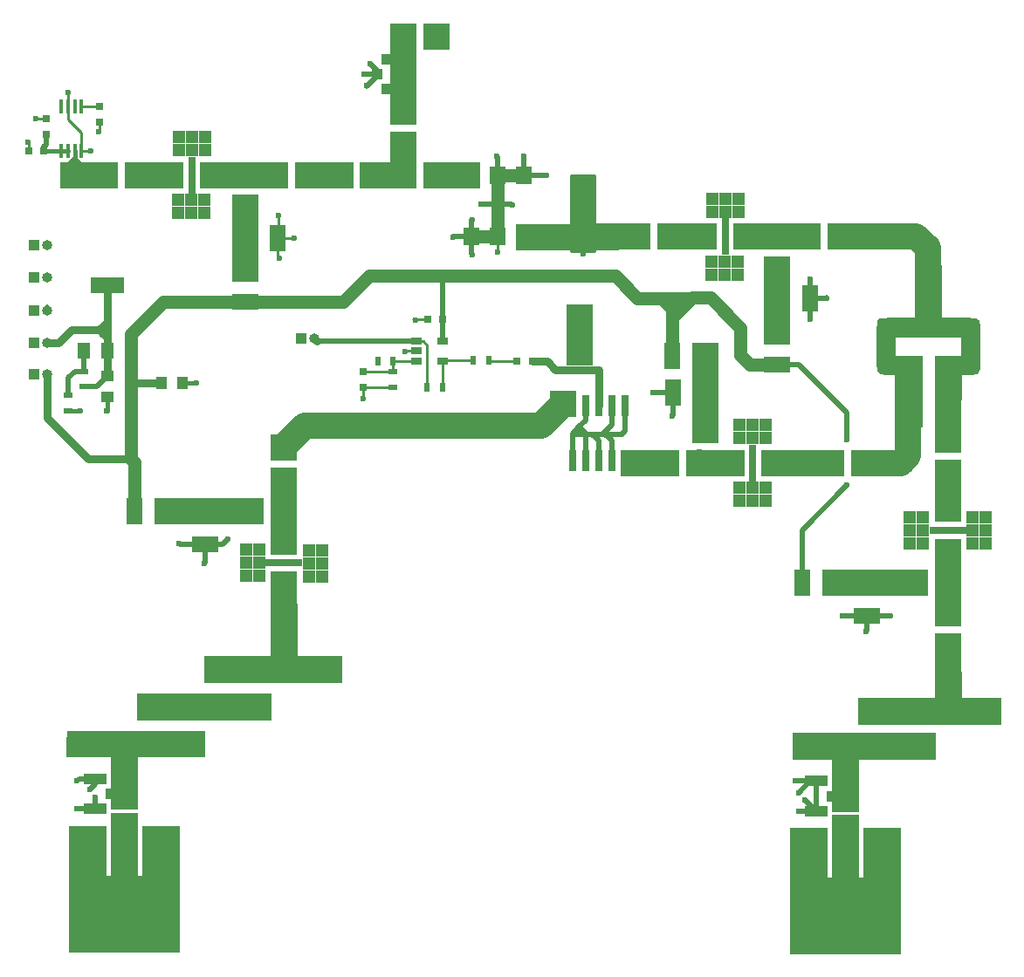
<source format=gbr>
G04 #@! TF.FileFunction,Copper,L1,Top,Signal*
%FSLAX46Y46*%
G04 Gerber Fmt 4.6, Leading zero omitted, Abs format (unit mm)*
G04 Created by KiCad (PCBNEW 4.0.7) date 11/09/17 22:03:18*
%MOMM*%
%LPD*%
G01*
G04 APERTURE LIST*
%ADD10C,0.100000*%
%ADD11C,0.010000*%
%ADD12R,2.540000X2.540000*%
%ADD13R,1.270000X1.270000*%
%ADD14R,0.635000X3.556000*%
%ADD15R,3.556000X0.635000*%
%ADD16R,0.990600X0.685800*%
%ADD17R,0.900000X0.500000*%
%ADD18R,0.500000X0.900000*%
%ADD19R,0.750000X0.800000*%
%ADD20R,0.800000X0.750000*%
%ADD21R,2.514600X2.514600*%
%ADD22R,1.000000X1.250000*%
%ADD23R,1.250000X1.000000*%
%ADD24R,1.000000X1.000000*%
%ADD25O,1.000000X1.000000*%
%ADD26R,2.200000X1.050000*%
%ADD27R,1.050000X1.000000*%
%ADD28R,3.300000X1.600000*%
%ADD29R,1.200000X1.600000*%
%ADD30R,1.524000X2.540000*%
%ADD31R,2.540000X1.524000*%
%ADD32R,0.762000X2.159000*%
%ADD33R,1.524000X1.524000*%
%ADD34R,1.524000X1.651000*%
%ADD35R,0.400000X1.350000*%
%ADD36R,0.762000X0.762000*%
%ADD37R,2.540000X6.029198*%
%ADD38C,0.600000*%
%ADD39C,2.540000*%
%ADD40C,0.381000*%
%ADD41C,0.508000*%
%ADD42C,1.270000*%
%ADD43C,0.250000*%
%ADD44C,0.254000*%
%ADD45C,0.762000*%
G04 APERTURE END LIST*
D10*
D11*
G36*
X177859473Y-151189267D02*
X177859473Y-156269267D01*
X175319473Y-156269267D01*
X175319473Y-151189267D01*
X171509473Y-151189267D01*
X171509473Y-148649267D01*
X185310140Y-148649267D01*
X185310140Y-151189267D01*
X177859473Y-151189267D01*
X177859473Y-151189267D01*
G37*
X177859473Y-151189267D02*
X177859473Y-156269267D01*
X175319473Y-156269267D01*
X175319473Y-151189267D01*
X171509473Y-151189267D01*
X171509473Y-148649267D01*
X185310140Y-148649267D01*
X185310140Y-151189267D01*
X177859473Y-151189267D01*
G36*
X177859473Y-147802600D02*
X177859473Y-145262600D01*
X185310140Y-145262600D01*
X185310140Y-142722600D01*
X187850140Y-142722600D01*
X187850140Y-145262600D01*
X191660140Y-145262600D01*
X191660140Y-147802600D01*
X177859473Y-147802600D01*
X177859473Y-147802600D01*
G37*
X177859473Y-147802600D02*
X177859473Y-145262600D01*
X185310140Y-145262600D01*
X185310140Y-142722600D01*
X187850140Y-142722600D01*
X187850140Y-145262600D01*
X191660140Y-145262600D01*
X191660140Y-147802600D01*
X177859473Y-147802600D01*
G36*
X171295267Y-170086867D02*
X171295267Y-157894867D01*
X174851267Y-157894867D01*
X174851267Y-162720867D01*
X175359267Y-162720867D01*
X175359267Y-156624867D01*
X177899267Y-156624867D01*
X177899267Y-162720867D01*
X178407267Y-162720867D01*
X178407267Y-157894867D01*
X181963267Y-157894867D01*
X181963267Y-170086867D01*
X171295267Y-170086867D01*
X171295267Y-170086867D01*
G37*
X171295267Y-170086867D02*
X171295267Y-157894867D01*
X174851267Y-157894867D01*
X174851267Y-162720867D01*
X175359267Y-162720867D01*
X175359267Y-156624867D01*
X177899267Y-156624867D01*
X177899267Y-162720867D01*
X178407267Y-162720867D01*
X178407267Y-157894867D01*
X181963267Y-157894867D01*
X181963267Y-170086867D01*
X171295267Y-170086867D01*
G36*
X101394467Y-169909067D02*
X101394467Y-157717067D01*
X104950467Y-157717067D01*
X104950467Y-162543067D01*
X105458467Y-162543067D01*
X105458467Y-156447067D01*
X107998467Y-156447067D01*
X107998467Y-162543067D01*
X108506467Y-162543067D01*
X108506467Y-157717067D01*
X112062467Y-157717067D01*
X112062467Y-169909067D01*
X101394467Y-169909067D01*
X101394467Y-169909067D01*
G37*
X101394467Y-169909067D02*
X101394467Y-157717067D01*
X104950467Y-157717067D01*
X104950467Y-162543067D01*
X105458467Y-162543067D01*
X105458467Y-156447067D01*
X107998467Y-156447067D01*
X107998467Y-162543067D01*
X108506467Y-162543067D01*
X108506467Y-157717067D01*
X112062467Y-157717067D01*
X112062467Y-169909067D01*
X101394467Y-169909067D01*
G36*
X189671607Y-111806809D02*
X189669728Y-112349127D01*
X189664666Y-112761478D01*
X189654844Y-113064113D01*
X189638681Y-113277283D01*
X189614599Y-113421240D01*
X189581019Y-113516236D01*
X189536361Y-113582520D01*
X189479049Y-113640346D01*
X189474610Y-113644517D01*
X189350078Y-113739201D01*
X189195409Y-113795348D01*
X188965053Y-113822405D01*
X188613460Y-113829817D01*
X188580912Y-113829845D01*
X187884486Y-113829845D01*
X187839332Y-118901321D01*
X186582117Y-118924909D01*
X185324902Y-118948496D01*
X185324902Y-112039912D01*
X187881949Y-112039912D01*
X187881949Y-110164744D01*
X181489332Y-110164744D01*
X181489332Y-112039912D01*
X184046379Y-112039912D01*
X184046379Y-118943939D01*
X181489332Y-118943939D01*
X181489332Y-113829845D01*
X180779693Y-113829845D01*
X180420268Y-113824754D01*
X180186966Y-113802985D01*
X180035579Y-113754794D01*
X179921902Y-113670437D01*
X179884726Y-113632573D01*
X179830406Y-113569646D01*
X179787889Y-113496654D01*
X179755731Y-113393431D01*
X179732487Y-113239809D01*
X179716712Y-113015622D01*
X179706961Y-112700704D01*
X179701788Y-112274887D01*
X179699749Y-111718005D01*
X179699399Y-111046119D01*
X179700105Y-110341675D01*
X179703031Y-109788082D01*
X179709383Y-109365725D01*
X179720370Y-109054989D01*
X179737202Y-108836256D01*
X179761085Y-108689913D01*
X179793229Y-108596343D01*
X179834842Y-108535931D01*
X179855271Y-108515874D01*
X179930432Y-108466518D01*
X180047133Y-108429949D01*
X180229019Y-108404346D01*
X180499735Y-108387888D01*
X180882925Y-108378757D01*
X181402234Y-108375131D01*
X181687822Y-108374811D01*
X183364500Y-108374811D01*
X183364500Y-103260717D01*
X185921547Y-103260717D01*
X185921547Y-108374811D01*
X187611387Y-108374811D01*
X188188480Y-108375449D01*
X188619699Y-108379089D01*
X188929643Y-108388318D01*
X189142906Y-108405724D01*
X189284086Y-108433895D01*
X189377780Y-108475417D01*
X189448582Y-108532879D01*
X189486555Y-108572083D01*
X189541332Y-108635612D01*
X189584094Y-108709334D01*
X189616329Y-108813636D01*
X189639522Y-108968906D01*
X189655159Y-109195531D01*
X189664727Y-109513899D01*
X189669713Y-109944398D01*
X189671601Y-110507416D01*
X189671882Y-111114272D01*
X189671607Y-111806809D01*
X189671607Y-111806809D01*
G37*
X189671607Y-111806809D02*
X189669728Y-112349127D01*
X189664666Y-112761478D01*
X189654844Y-113064113D01*
X189638681Y-113277283D01*
X189614599Y-113421240D01*
X189581019Y-113516236D01*
X189536361Y-113582520D01*
X189479049Y-113640346D01*
X189474610Y-113644517D01*
X189350078Y-113739201D01*
X189195409Y-113795348D01*
X188965053Y-113822405D01*
X188613460Y-113829817D01*
X188580912Y-113829845D01*
X187884486Y-113829845D01*
X187839332Y-118901321D01*
X186582117Y-118924909D01*
X185324902Y-118948496D01*
X185324902Y-112039912D01*
X187881949Y-112039912D01*
X187881949Y-110164744D01*
X181489332Y-110164744D01*
X181489332Y-112039912D01*
X184046379Y-112039912D01*
X184046379Y-118943939D01*
X181489332Y-118943939D01*
X181489332Y-113829845D01*
X180779693Y-113829845D01*
X180420268Y-113824754D01*
X180186966Y-113802985D01*
X180035579Y-113754794D01*
X179921902Y-113670437D01*
X179884726Y-113632573D01*
X179830406Y-113569646D01*
X179787889Y-113496654D01*
X179755731Y-113393431D01*
X179732487Y-113239809D01*
X179716712Y-113015622D01*
X179706961Y-112700704D01*
X179701788Y-112274887D01*
X179699749Y-111718005D01*
X179699399Y-111046119D01*
X179700105Y-110341675D01*
X179703031Y-109788082D01*
X179709383Y-109365725D01*
X179720370Y-109054989D01*
X179737202Y-108836256D01*
X179761085Y-108689913D01*
X179793229Y-108596343D01*
X179834842Y-108535931D01*
X179855271Y-108515874D01*
X179930432Y-108466518D01*
X180047133Y-108429949D01*
X180229019Y-108404346D01*
X180499735Y-108387888D01*
X180882925Y-108378757D01*
X181402234Y-108375131D01*
X181687822Y-108374811D01*
X183364500Y-108374811D01*
X183364500Y-103260717D01*
X185921547Y-103260717D01*
X185921547Y-108374811D01*
X187611387Y-108374811D01*
X188188480Y-108375449D01*
X188619699Y-108379089D01*
X188929643Y-108388318D01*
X189142906Y-108405724D01*
X189284086Y-108433895D01*
X189377780Y-108475417D01*
X189448582Y-108532879D01*
X189486555Y-108572083D01*
X189541332Y-108635612D01*
X189584094Y-108709334D01*
X189616329Y-108813636D01*
X189639522Y-108968906D01*
X189655159Y-109195531D01*
X189664727Y-109513899D01*
X189669713Y-109944398D01*
X189671601Y-110507416D01*
X189671882Y-111114272D01*
X189671607Y-111806809D01*
G36*
X120931300Y-141219766D02*
X120931300Y-136139766D01*
X123471300Y-136139766D01*
X123471300Y-141219766D01*
X127789300Y-141219766D01*
X127789300Y-143759766D01*
X114496633Y-143759766D01*
X114496633Y-141219766D01*
X120931300Y-141219766D01*
X120931300Y-141219766D01*
G37*
X120931300Y-141219766D02*
X120931300Y-136139766D01*
X123471300Y-136139766D01*
X123471300Y-141219766D01*
X127789300Y-141219766D01*
X127789300Y-143759766D01*
X114496633Y-143759766D01*
X114496633Y-141219766D01*
X120931300Y-141219766D01*
G36*
X120931300Y-144860433D02*
X120931300Y-147400433D01*
X107977300Y-147400433D01*
X107977300Y-144860433D01*
X120931300Y-144860433D01*
X120931300Y-144860433D01*
G37*
X120931300Y-144860433D02*
X120931300Y-147400433D01*
X107977300Y-147400433D01*
X107977300Y-144860433D01*
X120931300Y-144860433D01*
G36*
X101138203Y-149707600D02*
X101161633Y-148458766D01*
X114454300Y-148458766D01*
X114477730Y-149707600D01*
X114501160Y-150956433D01*
X107977300Y-150956433D01*
X107977300Y-156036433D01*
X105437300Y-156036433D01*
X105437300Y-150956433D01*
X101114773Y-150956433D01*
X101138203Y-149707600D01*
X101138203Y-149707600D01*
G37*
X101138203Y-149707600D02*
X101161633Y-148458766D01*
X114454300Y-148458766D01*
X114477730Y-149707600D01*
X114501160Y-150956433D01*
X107977300Y-150956433D01*
X107977300Y-156036433D01*
X105437300Y-156036433D01*
X105437300Y-150956433D01*
X101114773Y-150956433D01*
X101138203Y-149707600D01*
D12*
X136996800Y-81051400D03*
X133796400Y-81051400D03*
X118429400Y-97713800D03*
X118429400Y-94513400D03*
D13*
X113247800Y-98196400D03*
X114517800Y-98196400D03*
X111977800Y-98196400D03*
X111977800Y-96926400D03*
X113247800Y-96926400D03*
X114517800Y-96926400D03*
X114543200Y-90830400D03*
X113273200Y-90830400D03*
X112003200Y-90830400D03*
X112003200Y-92100400D03*
X114543200Y-92100400D03*
D12*
X115356000Y-94513400D03*
X111190400Y-94513400D03*
D14*
X113273200Y-94513400D03*
D13*
X113273200Y-92100400D03*
X167692700Y-118757700D03*
X166422700Y-118757700D03*
X168962700Y-118757700D03*
X168962700Y-120027700D03*
X167692700Y-120027700D03*
X166422700Y-120027700D03*
X166397300Y-126123700D03*
X167667300Y-126123700D03*
X168937300Y-126123700D03*
X168937300Y-124853700D03*
X166397300Y-124853700D03*
D12*
X165584500Y-122440700D03*
X169750100Y-122440700D03*
D14*
X167667300Y-122440700D03*
D13*
X167667300Y-124853700D03*
X164962200Y-104165400D03*
X166232200Y-104165400D03*
X163692200Y-104165400D03*
X163692200Y-102895400D03*
X164962200Y-102895400D03*
X166232200Y-102895400D03*
X166257600Y-96799400D03*
X164987600Y-96799400D03*
X163717600Y-96799400D03*
X163717600Y-98069400D03*
X166257600Y-98069400D03*
D12*
X167070400Y-100482400D03*
X162904800Y-100482400D03*
D14*
X164987600Y-100482400D03*
D13*
X164987600Y-98069400D03*
X182904760Y-128971040D03*
X182904760Y-130241040D03*
X182904760Y-127701040D03*
X184174760Y-127701040D03*
X184174760Y-128971040D03*
X184174760Y-130241040D03*
X190270760Y-130266440D03*
X190270760Y-128996440D03*
X190270760Y-127726440D03*
X189000760Y-127726440D03*
X189000760Y-130266440D03*
D12*
X186587760Y-131079240D03*
X186587760Y-126913640D03*
D15*
X186587760Y-128996440D03*
D13*
X189000760Y-128996440D03*
X125884300Y-132181600D03*
X125884300Y-130911600D03*
X125884300Y-133451600D03*
X124614300Y-133451600D03*
X124614300Y-132181600D03*
X124614300Y-130911600D03*
X118518300Y-130886200D03*
X118518300Y-132156200D03*
X118518300Y-133426200D03*
X119788300Y-133426200D03*
X119788300Y-130886200D03*
D12*
X122201300Y-130073400D03*
X122201300Y-134239000D03*
D15*
X122201300Y-132156200D03*
D13*
X119788300Y-132156200D03*
D16*
X137606400Y-110629700D03*
X137606400Y-112534700D03*
X135015601Y-110629700D03*
X135015601Y-111582200D03*
X135015601Y-112534700D03*
D12*
X172988600Y-100482400D03*
X176189000Y-100482400D03*
X178462300Y-122453400D03*
X175261900Y-122453400D03*
X162473000Y-122440700D03*
X159272600Y-122440700D03*
X122201300Y-120980200D03*
X122201300Y-124180600D03*
X186587760Y-120230900D03*
X186587760Y-123431300D03*
X186577600Y-137068560D03*
X186577600Y-140268960D03*
X127649600Y-94513400D03*
X130850000Y-94513400D03*
X133796400Y-88341200D03*
X133796400Y-91541600D03*
X133796400Y-94513400D03*
X136996800Y-94513400D03*
X170029500Y-103682800D03*
X170029500Y-100482400D03*
X119000900Y-127127000D03*
X122201300Y-127127000D03*
D17*
X132805800Y-113575400D03*
X132805800Y-115075400D03*
D18*
X140564800Y-112522000D03*
X142064800Y-112522000D03*
X137590743Y-115094800D03*
X136090743Y-115094800D03*
D19*
X104281600Y-89357900D03*
X104281600Y-87857900D03*
D20*
X97435600Y-92189300D03*
X98935600Y-92189300D03*
D19*
X99150800Y-89051700D03*
X99150800Y-90551700D03*
D12*
X176597940Y-154965400D03*
X186580140Y-143992600D03*
D21*
X176620800Y-157886400D03*
X106720000Y-157708600D03*
D19*
X129921400Y-115105876D03*
X129921400Y-113605876D03*
D20*
X146326924Y-112579400D03*
X144826924Y-112579400D03*
X136120924Y-108545400D03*
X137620924Y-108545400D03*
D18*
X131288543Y-112559400D03*
X132788543Y-112559400D03*
D22*
X110345340Y-114698780D03*
X112345340Y-114698780D03*
D12*
X104815000Y-94513400D03*
X108015400Y-94513400D03*
D23*
X105043600Y-114054380D03*
X105043600Y-116054380D03*
D12*
X121325000Y-94513400D03*
X124525400Y-94513400D03*
X156504000Y-100482400D03*
X159704400Y-100482400D03*
D24*
X97931600Y-104470200D03*
D25*
X99201600Y-104470200D03*
D24*
X97931600Y-113868200D03*
D25*
X99201600Y-113868200D03*
D24*
X97931600Y-107645200D03*
D25*
X99201600Y-107645200D03*
D24*
X97931600Y-110820200D03*
D25*
X99201600Y-110820200D03*
D17*
X101271700Y-115881720D03*
X101271700Y-117381720D03*
X102803320Y-115060160D03*
X102803320Y-113560160D03*
D26*
X103938700Y-153121700D03*
D27*
X105463700Y-154571700D03*
D26*
X103938700Y-156021700D03*
X173829340Y-153337600D03*
D27*
X175354340Y-154787600D03*
D26*
X173829340Y-156237600D03*
D28*
X105043600Y-105182200D03*
D29*
X102793600Y-111582200D03*
X105043600Y-111582200D03*
X107393600Y-111582200D03*
D30*
X159907600Y-115625880D03*
D12*
X163108000Y-115625880D03*
D30*
X121629800Y-100609400D03*
D12*
X118429400Y-100609400D03*
D30*
X173229900Y-106502200D03*
D12*
X170029500Y-106502200D03*
D31*
X114543200Y-130327400D03*
D12*
X114543200Y-127127000D03*
D30*
X172455200Y-134086600D03*
D12*
X175655600Y-134086600D03*
D26*
X132780400Y-86184400D03*
D27*
X131255400Y-84734400D03*
D26*
X132780400Y-83284400D03*
D24*
X123885320Y-110388400D03*
D25*
X125155320Y-110388400D03*
D32*
X152719400Y-116928900D03*
D12*
X149290400Y-116751100D03*
D32*
X151449400Y-116928900D03*
X153989400Y-116928900D03*
X155259400Y-116928900D03*
X150179400Y-122262900D03*
X151449400Y-122262900D03*
X152719400Y-122262900D03*
X153989400Y-122262900D03*
D12*
X156148400Y-122440700D03*
D33*
X186590300Y-117932200D03*
X182754900Y-117830600D03*
X184634500Y-104216200D03*
D31*
X178729000Y-137287000D03*
D12*
X178729000Y-134086600D03*
X122201300Y-137401300D03*
X106707300Y-154774900D03*
X145988400Y-100558600D03*
D34*
X142965800Y-94538800D03*
X145505800Y-94538800D03*
X140425800Y-100507800D03*
X142965800Y-100507800D03*
D12*
X139943200Y-94513400D03*
D35*
X102579800Y-87871300D03*
X101929800Y-87871300D03*
X101279800Y-87871300D03*
X100629800Y-87871300D03*
X102579800Y-92171300D03*
X101929800Y-92171300D03*
X101279800Y-92171300D03*
X100629800Y-92171300D03*
D10*
G36*
X102554400Y-93294200D02*
X101284400Y-93294200D01*
X101792400Y-92659200D01*
X102046400Y-92659200D01*
X102554400Y-93294200D01*
X102554400Y-93294200D01*
G37*
D12*
X101817800Y-94500700D03*
D30*
X159872040Y-112064800D03*
D12*
X163072440Y-112064800D03*
D31*
X118439560Y-106807000D03*
D12*
X118439560Y-103606600D03*
X163113080Y-122443240D03*
X163113080Y-119242840D03*
D31*
X170052360Y-112938560D03*
D12*
X170052360Y-109738160D03*
D30*
X107692820Y-127127000D03*
D12*
X110893220Y-127127000D03*
X186577600Y-134081520D03*
X183377200Y-134081520D03*
D24*
X97946840Y-101325680D03*
D25*
X99216840Y-101325680D03*
D36*
X150926800Y-113385600D03*
D37*
X150926800Y-110032800D03*
D38*
X113715800Y-114655600D03*
X104978200Y-117436900D03*
X102476300Y-117436900D03*
X130594100Y-83680300D03*
X130238500Y-85826600D03*
X129997200Y-84734400D03*
X136996800Y-81051400D03*
X102158800Y-153301700D03*
X103378000Y-154178000D03*
X103911400Y-154889200D03*
X102146100Y-155968700D03*
X116763800Y-129819400D03*
X114477800Y-132232400D03*
X112039400Y-130238500D03*
X159842200Y-117881400D03*
X158013400Y-115620800D03*
X154914600Y-119697500D03*
X152095200Y-119697500D03*
X153352500Y-119697500D03*
X150850600Y-119367300D03*
X172732700Y-155143200D03*
X172173900Y-154444700D03*
X171805600Y-153314400D03*
X172097700Y-156235400D03*
X173812200Y-154952700D03*
X176364900Y-137312400D03*
X178625500Y-138823700D03*
X181000400Y-137337800D03*
X173202600Y-108534200D03*
X174828200Y-106451400D03*
X173228000Y-104622600D03*
X147675600Y-94564200D03*
X145491200Y-92684600D03*
X142824200Y-92710000D03*
X140487400Y-98831400D03*
X138582400Y-100558600D03*
X140512800Y-102235000D03*
X141325600Y-97332800D03*
X144373600Y-97409000D03*
X142951200Y-102031800D03*
X121742200Y-102590600D03*
X121666000Y-98475800D03*
X123190000Y-100634800D03*
X103494200Y-92186760D03*
X129859400Y-116230400D03*
X133923400Y-111658400D03*
X134939400Y-108610400D03*
X151195400Y-102133400D03*
X101271700Y-86484460D03*
X104256200Y-90335100D03*
X98109400Y-89024460D03*
X97398200Y-91310460D03*
X176784000Y-124637800D03*
X176809400Y-120218200D03*
D39*
X167070400Y-100482400D02*
X170029500Y-100482400D01*
X170029500Y-100482400D02*
X172988600Y-100482400D01*
X169750100Y-122440700D02*
X175249200Y-122440700D01*
X175249200Y-122440700D02*
X175261900Y-122453400D01*
X163108000Y-115625880D02*
X163108000Y-112100360D01*
X163108000Y-112100360D02*
X163072440Y-112064800D01*
X163108000Y-115625880D02*
X163108000Y-119237760D01*
X163108000Y-119237760D02*
X163113080Y-119242840D01*
D40*
X112345340Y-114698780D02*
X113672620Y-114698780D01*
X113672620Y-114698780D02*
X113715800Y-114655600D01*
X105043600Y-116054380D02*
X105043600Y-117371500D01*
X105043600Y-117371500D02*
X104978200Y-117436900D01*
X101271700Y-117381720D02*
X102421120Y-117381720D01*
X102421120Y-117381720D02*
X102476300Y-117436900D01*
D41*
X131255400Y-84734400D02*
X131255400Y-84341600D01*
X131255400Y-84341600D02*
X130594100Y-83680300D01*
X130238500Y-85826600D02*
X130238500Y-85877400D01*
X131255400Y-84734400D02*
X131255400Y-84860500D01*
X131255400Y-84860500D02*
X130238500Y-85877400D01*
X130238500Y-85877400D02*
X130225800Y-85890100D01*
X131255400Y-84734400D02*
X129997200Y-84734400D01*
X129997200Y-84734400D02*
X129984500Y-84747100D01*
X103938700Y-153121700D02*
X102338800Y-153121700D01*
X102338800Y-153121700D02*
X102158800Y-153301700D01*
X103938700Y-153121700D02*
X103938700Y-153617300D01*
X103938700Y-153617300D02*
X103378000Y-154178000D01*
X103938700Y-156021700D02*
X103938700Y-154916500D01*
X103938700Y-154916500D02*
X103911400Y-154889200D01*
X103938700Y-156021700D02*
X102199100Y-156021700D01*
X102199100Y-156021700D02*
X102146100Y-155968700D01*
X114543200Y-130327400D02*
X116255800Y-130327400D01*
X116255800Y-130327400D02*
X116763800Y-129819400D01*
X114543200Y-130327400D02*
X114543200Y-132167000D01*
X114543200Y-132167000D02*
X114477800Y-132232400D01*
X114543200Y-130327400D02*
X112128300Y-130327400D01*
X112128300Y-130327400D02*
X112039400Y-130238500D01*
X159907600Y-115625880D02*
X159907600Y-117816000D01*
X159907600Y-117816000D02*
X159842200Y-117881400D01*
X159907600Y-115625880D02*
X158018480Y-115625880D01*
X158018480Y-115625880D02*
X158013400Y-115620800D01*
X154647900Y-119697500D02*
X154914600Y-119697500D01*
X152719400Y-122262900D02*
X152719400Y-120321700D01*
X152719400Y-120321700D02*
X152095200Y-119697500D01*
X153352500Y-119697500D02*
X153365200Y-119697500D01*
X153989400Y-122262900D02*
X153989400Y-120321700D01*
X153989400Y-120321700D02*
X153365200Y-119697500D01*
X155259400Y-116928900D02*
X155259400Y-119352700D01*
X154647900Y-119697500D02*
X153365200Y-119697500D01*
X153365200Y-119697500D02*
X153073100Y-119697500D01*
X155259400Y-119352700D02*
X154914600Y-119697500D01*
X150774400Y-119684800D02*
X150774400Y-119443500D01*
X150774400Y-119443500D02*
X150850600Y-119367300D01*
X150179400Y-119684800D02*
X150774400Y-119684800D01*
X150774400Y-119684800D02*
X151436700Y-119684800D01*
X151436700Y-119684800D02*
X151449400Y-119697500D01*
X153989400Y-116928900D02*
X153989400Y-118781200D01*
X153989400Y-118781200D02*
X153073100Y-119697500D01*
X153073100Y-119697500D02*
X151449400Y-119697500D01*
X151449400Y-122262900D02*
X151449400Y-119697500D01*
X151449400Y-119697500D02*
X151449400Y-119572400D01*
X151449400Y-119572400D02*
X150818850Y-118941850D01*
X151449400Y-116928900D02*
X151449400Y-118311300D01*
X150179400Y-119581300D02*
X150179400Y-119684800D01*
X150179400Y-119684800D02*
X150179400Y-122262900D01*
X151449400Y-118311300D02*
X150818850Y-118941850D01*
X150818850Y-118941850D02*
X150179400Y-119581300D01*
X173829340Y-156237600D02*
X173827100Y-156237600D01*
X173827100Y-156237600D02*
X172732700Y-155143200D01*
X173829340Y-153337600D02*
X173281000Y-153337600D01*
X173281000Y-153337600D02*
X172173900Y-154444700D01*
X173829340Y-153337600D02*
X173369900Y-153337600D01*
X173829340Y-153337600D02*
X171828800Y-153337600D01*
X171828800Y-153337600D02*
X171805600Y-153314400D01*
X173829340Y-156237600D02*
X172099900Y-156237600D01*
X172099900Y-156237600D02*
X172097700Y-156235400D01*
X173812200Y-153354740D02*
X173812200Y-154952700D01*
X173829340Y-154969840D02*
X173812200Y-154952700D01*
X173829340Y-154969840D02*
X173829340Y-156237600D01*
X173812200Y-153354740D02*
X173829340Y-153337600D01*
X178729000Y-137287000D02*
X176390300Y-137287000D01*
X176390300Y-137287000D02*
X176364900Y-137312400D01*
X178729000Y-137287000D02*
X178729000Y-138720200D01*
X178729000Y-138720200D02*
X178625500Y-138823700D01*
X178729000Y-137287000D02*
X180949600Y-137287000D01*
X180949600Y-137287000D02*
X181000400Y-137337800D01*
X173229900Y-106502200D02*
X173229900Y-108506900D01*
X173229900Y-108506900D02*
X173202600Y-108534200D01*
X174828200Y-106451400D02*
X174777400Y-106502200D01*
X173229900Y-106502200D02*
X174777400Y-106502200D01*
X174777400Y-106502200D02*
X174853600Y-106426000D01*
X173229900Y-106502200D02*
X173229900Y-104624500D01*
X173229900Y-104624500D02*
X173228000Y-104622600D01*
X145505800Y-94538800D02*
X147650200Y-94538800D01*
X147650200Y-94538800D02*
X147675600Y-94564200D01*
X145505800Y-94538800D02*
X145505800Y-92699200D01*
X145505800Y-92699200D02*
X145491200Y-92684600D01*
X142965800Y-94538800D02*
X142965800Y-92851600D01*
X142965800Y-92851600D02*
X142824200Y-92710000D01*
X140425800Y-100507800D02*
X140425800Y-98893000D01*
X140425800Y-98893000D02*
X140487400Y-98831400D01*
X140425800Y-100507800D02*
X138633200Y-100507800D01*
X138633200Y-100507800D02*
X138582400Y-100558600D01*
X140425800Y-100507800D02*
X140425800Y-102148000D01*
X140425800Y-102148000D02*
X140512800Y-102235000D01*
X142965800Y-97358200D02*
X141351000Y-97358200D01*
X141351000Y-97358200D02*
X141325600Y-97332800D01*
X142965800Y-97358200D02*
X142965800Y-97358200D01*
X142965800Y-97358200D02*
X144322800Y-97358200D01*
X144322800Y-97358200D02*
X144373600Y-97409000D01*
D42*
X140425800Y-100507800D02*
X142965800Y-100507800D01*
X142965800Y-100507800D02*
X142965800Y-97358200D01*
X142965800Y-97358200D02*
X142965800Y-94538800D01*
X142965800Y-94538800D02*
X145505800Y-94538800D01*
D43*
X142965800Y-100507800D02*
X142965800Y-102017200D01*
X142965800Y-102017200D02*
X142951200Y-102031800D01*
X121629800Y-102478200D02*
X121629800Y-100609400D01*
X121742200Y-102590600D02*
X121629800Y-102478200D01*
X121629800Y-100609400D02*
X121666000Y-100573200D01*
X121666000Y-100573200D02*
X121666000Y-98475800D01*
X121629800Y-100609400D02*
X123164600Y-100609400D01*
X123164600Y-100609400D02*
X123190000Y-100634800D01*
X102554400Y-92181460D02*
X103488900Y-92181460D01*
X103488900Y-92181460D02*
X103494200Y-92186760D01*
X101330600Y-86450960D02*
X101347900Y-86433660D01*
D39*
X145988400Y-100558600D02*
X151119200Y-100558600D01*
X151119200Y-100558600D02*
X151195400Y-100482400D01*
X156504000Y-100482400D02*
X151195400Y-100482400D01*
D43*
X129921400Y-115105876D02*
X129921400Y-116168400D01*
X129921400Y-116168400D02*
X129859400Y-116230400D01*
X129921400Y-115105876D02*
X132775324Y-115105876D01*
X132775324Y-115105876D02*
X132805800Y-115075400D01*
X135015601Y-111582200D02*
X133999600Y-111582200D01*
X133999600Y-111582200D02*
X133923400Y-111658400D01*
X136120924Y-108545400D02*
X134750400Y-108545400D01*
X134815400Y-108610400D02*
X134939400Y-108610400D01*
X134750400Y-108545400D02*
X134815400Y-108610400D01*
X151195400Y-100482400D02*
X151195400Y-102133400D01*
X101254400Y-87881460D02*
X101254400Y-86501760D01*
X101254400Y-87881460D02*
X101254400Y-89108760D01*
X102554400Y-90408760D02*
X102554400Y-92181460D01*
X101254400Y-89108760D02*
X102554400Y-90408760D01*
D44*
X104281600Y-89357900D02*
X104281600Y-90309700D01*
X104281600Y-90309700D02*
X104256200Y-90335100D01*
X99125400Y-89061860D02*
X98146800Y-89061860D01*
X98146800Y-89061860D02*
X98109400Y-89024460D01*
X97486400Y-92148660D02*
X97486400Y-91271660D01*
X97486400Y-91271660D02*
X97474400Y-91259660D01*
D39*
X162478080Y-122435620D02*
X162473000Y-122440700D01*
X162473000Y-122440700D02*
X165584500Y-122440700D01*
X156148400Y-122440700D02*
X159272600Y-122440700D01*
D44*
X104256200Y-87868060D02*
X102567800Y-87868060D01*
X102567800Y-87868060D02*
X102554400Y-87881460D01*
D41*
X98935600Y-92189300D02*
X98935600Y-91782200D01*
X99150800Y-91567000D02*
X99150800Y-90551700D01*
X98935600Y-91782200D02*
X99150800Y-91567000D01*
X99201600Y-107645200D02*
X99201600Y-107350560D01*
D40*
X100604400Y-92181460D02*
X98928200Y-92181460D01*
X98928200Y-92181460D02*
X98910200Y-92199460D01*
X101254400Y-92181460D02*
X100604400Y-92181460D01*
D44*
X100586400Y-92199460D02*
X100604400Y-92181460D01*
D40*
X99125400Y-90561860D02*
X98972300Y-90561860D01*
D39*
X118429400Y-100609400D02*
X118429400Y-97713800D01*
X118429400Y-100609400D02*
X118429400Y-103596440D01*
X118429400Y-103596440D02*
X118439560Y-103606600D01*
X170029500Y-106502200D02*
X170029500Y-109715300D01*
X170029500Y-109715300D02*
X170052360Y-109738160D01*
X170029500Y-103682800D02*
X170029500Y-106502200D01*
X122201300Y-130073400D02*
X122201300Y-127127000D01*
X122201300Y-124180600D02*
X122201300Y-130073400D01*
X186587760Y-123431300D02*
X186587760Y-126913640D01*
D45*
X99201600Y-113868200D02*
X99201600Y-118073800D01*
X103202600Y-122074800D02*
X107393600Y-122074800D01*
X99201600Y-118073800D02*
X103202600Y-122074800D01*
D41*
X170052360Y-112938560D02*
X172171360Y-112938560D01*
X172455200Y-128966600D02*
X172455200Y-134086600D01*
X176784000Y-124637800D02*
X172455200Y-128966600D01*
X176809400Y-117576600D02*
X176809400Y-120218200D01*
X172171360Y-112938560D02*
X176809400Y-117576600D01*
D42*
X107393600Y-111582200D02*
X107393600Y-109928800D01*
X130454400Y-104267000D02*
X137621640Y-104267000D01*
X127914400Y-106807000D02*
X130454400Y-104267000D01*
X110515400Y-106807000D02*
X127914400Y-106807000D01*
X107393600Y-109928800D02*
X110515400Y-106807000D01*
X107393600Y-114691160D02*
X107393600Y-122074800D01*
X107692820Y-122374020D02*
X107692820Y-127127000D01*
X107393600Y-122074800D02*
X107692820Y-122374020D01*
D45*
X107393600Y-114691160D02*
X110337720Y-114691160D01*
X110337720Y-114691160D02*
X110345340Y-114698780D01*
D42*
X107393600Y-111582200D02*
X107393600Y-114691160D01*
X159872040Y-108341160D02*
X159872040Y-107462320D01*
X159872040Y-107462320D02*
X158868740Y-106459020D01*
X161754180Y-106459020D02*
X158868740Y-106459020D01*
X158868740Y-106459020D02*
X156511620Y-106459020D01*
X154319600Y-104267000D02*
X137621640Y-104267000D01*
X156511620Y-106459020D02*
X154319600Y-104267000D01*
X170052360Y-112938560D02*
X167436160Y-112938560D01*
X159872040Y-108341160D02*
X159872040Y-112064800D01*
X161797360Y-106415840D02*
X161754180Y-106459020D01*
X161754180Y-106459020D02*
X159872040Y-108341160D01*
X163565200Y-106415840D02*
X161797360Y-106415840D01*
X166476040Y-109326680D02*
X163565200Y-106415840D01*
X166476040Y-111978440D02*
X166476040Y-109326680D01*
X167436160Y-112938560D02*
X166476040Y-111978440D01*
D41*
X137606400Y-110629700D02*
X137606400Y-108559924D01*
X137606400Y-108559924D02*
X137621640Y-108544684D01*
X137621640Y-108544684D02*
X137621640Y-104267000D01*
D43*
X137620924Y-108545400D02*
X137620924Y-110615176D01*
X137620924Y-110615176D02*
X137606400Y-110629700D01*
X137606400Y-112534700D02*
X137606400Y-115079143D01*
X137606400Y-115079143D02*
X137590743Y-115094800D01*
X140564800Y-112522000D02*
X137669900Y-112522000D01*
X137669900Y-112522000D02*
X137631800Y-112560100D01*
D39*
X130850000Y-94513400D02*
X133796400Y-94513400D01*
X133796400Y-91541600D02*
X133796400Y-94513400D01*
X139943200Y-94513400D02*
X136996800Y-94513400D01*
X110893220Y-127127000D02*
X114543200Y-127127000D01*
X119000900Y-127127000D02*
X114543200Y-127127000D01*
X186577600Y-134081520D02*
X186577600Y-137068560D01*
X186587760Y-131079240D02*
X186587760Y-134071360D01*
X186587760Y-134071360D02*
X186577600Y-134081520D01*
X186577600Y-140268960D02*
X186577600Y-143990060D01*
X186577600Y-143990060D02*
X186580140Y-143992600D01*
D41*
X101271700Y-115881720D02*
X101271700Y-114221260D01*
X101932800Y-113560160D02*
X102803320Y-113560160D01*
X101271700Y-114221260D02*
X101932800Y-113560160D01*
X102793600Y-111582200D02*
X102793600Y-113550440D01*
X102793600Y-113550440D02*
X102803320Y-113560160D01*
D39*
X186590300Y-117932200D02*
X186590300Y-120228360D01*
X186590300Y-120228360D02*
X186587760Y-120230900D01*
X182754900Y-117830600D02*
X182754900Y-121716800D01*
X182018300Y-122453400D02*
X178462300Y-122453400D01*
X182754900Y-121716800D02*
X182018300Y-122453400D01*
X122201300Y-120980200D02*
X122201300Y-120891300D01*
X122201300Y-120891300D02*
X124246000Y-118846600D01*
X124246000Y-118846600D02*
X147194900Y-118846600D01*
X147194900Y-118846600D02*
X149290400Y-116751100D01*
D44*
X132780400Y-86184400D02*
X132780400Y-87325200D01*
X132780400Y-87325200D02*
X133796400Y-88341200D01*
X132780400Y-83284400D02*
X133489400Y-83284400D01*
X133489400Y-83284400D02*
X133796400Y-82977400D01*
X133796400Y-82977400D02*
X133796400Y-81051400D01*
D39*
X133796400Y-81051400D02*
X133796400Y-88341200D01*
X176189000Y-100482400D02*
X183516900Y-100482400D01*
X184634500Y-101600000D02*
X184634500Y-104216200D01*
X183516900Y-100482400D02*
X184634500Y-101600000D01*
D43*
X129921400Y-113605876D02*
X132775324Y-113605876D01*
X132775324Y-113605876D02*
X132805800Y-113575400D01*
X132788543Y-112559400D02*
X132788543Y-113558143D01*
X132788543Y-113558143D02*
X132805800Y-113575400D01*
X132788543Y-112559400D02*
X134990901Y-112559400D01*
X134990901Y-112559400D02*
X135015601Y-112534700D01*
D45*
X152719400Y-116928900D02*
X152719400Y-113400200D01*
X152704800Y-113385600D02*
X150926800Y-113385600D01*
X152719400Y-113400200D02*
X152704800Y-113385600D01*
X146326924Y-112579400D02*
X147733000Y-112579400D01*
X148539200Y-113385600D02*
X150926800Y-113385600D01*
X147733000Y-112579400D02*
X148539200Y-113385600D01*
D43*
X144826924Y-112579400D02*
X142122200Y-112579400D01*
X142122200Y-112579400D02*
X142064800Y-112522000D01*
D40*
X101919400Y-92976700D02*
X101919400Y-94399100D01*
X101919400Y-94399100D02*
X101817800Y-94500700D01*
X101929800Y-92171300D02*
X101929800Y-94388700D01*
X101929800Y-94388700D02*
X101817800Y-94500700D01*
D39*
X101817800Y-94500700D02*
X104802300Y-94500700D01*
X104802300Y-94500700D02*
X104815000Y-94513400D01*
X111190400Y-94513400D02*
X108015400Y-94513400D01*
D41*
X102803320Y-115060160D02*
X104037820Y-115060160D01*
X104037820Y-115060160D02*
X105043600Y-114054380D01*
D45*
X99201600Y-110820200D02*
X100344600Y-110820200D01*
X100344600Y-110820200D02*
X101614600Y-109550200D01*
X101614600Y-109550200D02*
X104154600Y-109550200D01*
X105043600Y-111582200D02*
X105043600Y-105182200D01*
X105043600Y-111582200D02*
X105043600Y-114054380D01*
D41*
X104154600Y-109550200D02*
X105043600Y-108661200D01*
X104599100Y-109994700D02*
X105043600Y-109550200D01*
X104154600Y-109550200D02*
X105043600Y-109550200D01*
X105043600Y-105182200D02*
X105043600Y-108661200D01*
X105043600Y-108661200D02*
X105043600Y-109550200D01*
X105043600Y-109550200D02*
X105043600Y-111582200D01*
X105043600Y-110439200D02*
X105043600Y-111582200D01*
X104154600Y-109550200D02*
X104599100Y-109994700D01*
X104599100Y-109994700D02*
X105043600Y-110439200D01*
X101614600Y-109550200D02*
X104154600Y-109550200D01*
X100344600Y-110820200D02*
X101614600Y-109550200D01*
D40*
X115356000Y-94513400D02*
X118429400Y-94513400D01*
D39*
X121325000Y-94513400D02*
X115356000Y-94513400D01*
X127649600Y-94513400D02*
X124525400Y-94513400D01*
X159704400Y-100482400D02*
X162904800Y-100482400D01*
X122201300Y-134239000D02*
X122201300Y-137401300D01*
D41*
X135015601Y-110629700D02*
X125396620Y-110629700D01*
X125396620Y-110629700D02*
X125155320Y-110388400D01*
D45*
X125396620Y-110629700D02*
X125155320Y-110388400D01*
D44*
X135015601Y-110629700D02*
X135701400Y-110629700D01*
X136090743Y-111019043D02*
X136090743Y-115094800D01*
X135701400Y-110629700D02*
X136090743Y-111019043D01*
D39*
X183377200Y-134081520D02*
X178734080Y-134081520D01*
X178734080Y-134081520D02*
X178729000Y-134086600D01*
X178729000Y-134086600D02*
X175655600Y-134086600D01*
X178734080Y-134081520D02*
X178729000Y-134086600D01*
D44*
G36*
X152338400Y-99212400D02*
X152348406Y-99261810D01*
X152376847Y-99303435D01*
X152419241Y-99330715D01*
X152465400Y-99339400D01*
X154599000Y-99339400D01*
X154599000Y-100196650D01*
X154757750Y-100355400D01*
X154878400Y-100355400D01*
X154878400Y-100609400D01*
X154757750Y-100609400D01*
X154599000Y-100768150D01*
X154599000Y-101625400D01*
X152465400Y-101625400D01*
X152415990Y-101635406D01*
X152374365Y-101663847D01*
X152347085Y-101706241D01*
X152338400Y-101752400D01*
X152338400Y-101879400D01*
X150052400Y-101879400D01*
X150052400Y-101752400D01*
X150042394Y-101702990D01*
X150013953Y-101661365D01*
X149971559Y-101634085D01*
X149925400Y-101625400D01*
X147893400Y-101625400D01*
X147893400Y-100844350D01*
X147734650Y-100685600D01*
X147512400Y-100685600D01*
X147512400Y-100431600D01*
X147734650Y-100431600D01*
X147893400Y-100272850D01*
X147893400Y-99339400D01*
X149925400Y-99339400D01*
X149974810Y-99329394D01*
X150016435Y-99300953D01*
X150043715Y-99258559D01*
X150052400Y-99212400D01*
X150052400Y-94513400D01*
X152338400Y-94513400D01*
X152338400Y-99212400D01*
X152338400Y-99212400D01*
G37*
X152338400Y-99212400D02*
X152348406Y-99261810D01*
X152376847Y-99303435D01*
X152419241Y-99330715D01*
X152465400Y-99339400D01*
X154599000Y-99339400D01*
X154599000Y-100196650D01*
X154757750Y-100355400D01*
X154878400Y-100355400D01*
X154878400Y-100609400D01*
X154757750Y-100609400D01*
X154599000Y-100768150D01*
X154599000Y-101625400D01*
X152465400Y-101625400D01*
X152415990Y-101635406D01*
X152374365Y-101663847D01*
X152347085Y-101706241D01*
X152338400Y-101752400D01*
X152338400Y-101879400D01*
X150052400Y-101879400D01*
X150052400Y-101752400D01*
X150042394Y-101702990D01*
X150013953Y-101661365D01*
X149971559Y-101634085D01*
X149925400Y-101625400D01*
X147893400Y-101625400D01*
X147893400Y-100844350D01*
X147734650Y-100685600D01*
X147512400Y-100685600D01*
X147512400Y-100431600D01*
X147734650Y-100431600D01*
X147893400Y-100272850D01*
X147893400Y-99339400D01*
X149925400Y-99339400D01*
X149974810Y-99329394D01*
X150016435Y-99300953D01*
X150043715Y-99258559D01*
X150052400Y-99212400D01*
X150052400Y-94513400D01*
X152338400Y-94513400D01*
X152338400Y-99212400D01*
M02*

</source>
